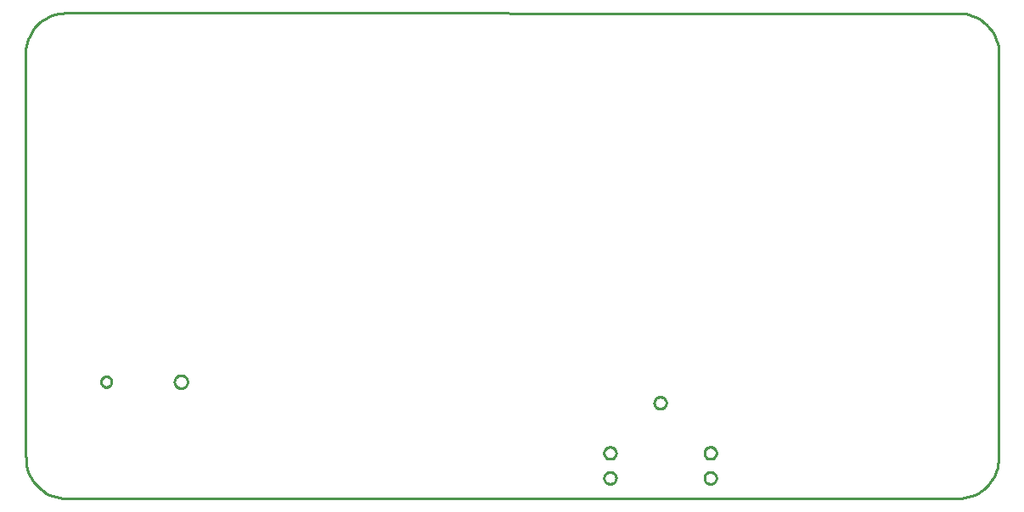
<source format=gbr>
G04 EAGLE Gerber RS-274X export*
G75*
%MOMM*%
%FSLAX34Y34*%
%LPD*%
%IN*%
%IPPOS*%
%AMOC8*
5,1,8,0,0,1.08239X$1,22.5*%
G01*
%ADD10C,0.254000*%


D10*
X-508Y40132D02*
X-507Y40110D01*
X-504Y40088D01*
X-499Y40066D01*
X-493Y40045D01*
X-484Y40025D01*
X-474Y40005D01*
X-462Y39986D01*
X-449Y39969D01*
X-434Y39952D01*
X-417Y39937D01*
X-400Y39924D01*
X-381Y39912D01*
X-361Y39902D01*
X-341Y39893D01*
X-320Y39887D01*
X-298Y39882D01*
X-276Y39879D01*
X-254Y39878D01*
X-254Y39116D01*
X-100Y35596D01*
X360Y32103D01*
X1122Y28663D01*
X2182Y25303D01*
X3530Y22048D01*
X5157Y18923D01*
X7050Y15952D01*
X9195Y13156D01*
X11575Y10559D01*
X14172Y8179D01*
X16968Y6034D01*
X19939Y4141D01*
X23064Y2514D01*
X26319Y1166D01*
X29679Y106D01*
X33119Y-656D01*
X36612Y-1116D01*
X40132Y-1270D01*
X928624Y-1270D01*
X932210Y-1113D01*
X935769Y-645D01*
X939274Y132D01*
X942697Y1212D01*
X946014Y2585D01*
X949198Y4243D01*
X952226Y6172D01*
X955073Y8357D01*
X957720Y10782D01*
X960145Y13429D01*
X962330Y16276D01*
X964259Y19304D01*
X965917Y22488D01*
X967290Y25805D01*
X968370Y29228D01*
X969147Y32733D01*
X969615Y36292D01*
X969772Y39878D01*
X969772Y443484D01*
X969620Y446960D01*
X969166Y450409D01*
X968413Y453805D01*
X967367Y457123D01*
X966036Y460337D01*
X964429Y463423D01*
X962560Y466357D01*
X960442Y469117D01*
X958092Y471682D01*
X955527Y474032D01*
X952767Y476150D01*
X949833Y478019D01*
X946747Y479626D01*
X943533Y480957D01*
X940215Y482003D01*
X936819Y482756D01*
X933370Y483210D01*
X929894Y483362D01*
X40894Y483616D01*
X39370Y483616D01*
X35894Y483464D01*
X32445Y483010D01*
X29049Y482257D01*
X25731Y481211D01*
X22517Y479880D01*
X19431Y478273D01*
X16497Y476404D01*
X13737Y474286D01*
X11172Y471936D01*
X8822Y469371D01*
X6704Y466611D01*
X4835Y463677D01*
X3228Y460591D01*
X1897Y457377D01*
X851Y454059D01*
X98Y450663D01*
X-356Y447214D01*
X-508Y443738D01*
X-508Y40132D01*
X582543Y25262D02*
X583213Y25187D01*
X583870Y25037D01*
X584506Y24814D01*
X585113Y24522D01*
X585684Y24163D01*
X586210Y23743D01*
X586687Y23266D01*
X587107Y22740D01*
X587466Y22169D01*
X587758Y21562D01*
X587981Y20926D01*
X588131Y20269D01*
X588206Y19599D01*
X588206Y18925D01*
X588131Y18255D01*
X587981Y17598D01*
X587758Y16962D01*
X587466Y16355D01*
X587107Y15785D01*
X586687Y15258D01*
X586210Y14781D01*
X585684Y14361D01*
X585113Y14002D01*
X584506Y13710D01*
X583870Y13487D01*
X583213Y13337D01*
X582543Y13262D01*
X581869Y13262D01*
X581199Y13337D01*
X580542Y13487D01*
X579906Y13710D01*
X579299Y14002D01*
X578729Y14361D01*
X578202Y14781D01*
X577725Y15258D01*
X577305Y15785D01*
X576946Y16355D01*
X576654Y16962D01*
X576431Y17598D01*
X576281Y18255D01*
X576206Y18925D01*
X576206Y19599D01*
X576281Y20269D01*
X576431Y20926D01*
X576654Y21562D01*
X576946Y22169D01*
X577305Y22740D01*
X577725Y23266D01*
X578202Y23743D01*
X578729Y24163D01*
X579299Y24522D01*
X579906Y24814D01*
X580542Y25037D01*
X581199Y25187D01*
X581869Y25262D01*
X582543Y25262D01*
X582543Y50262D02*
X583213Y50187D01*
X583870Y50037D01*
X584506Y49814D01*
X585113Y49522D01*
X585684Y49163D01*
X586210Y48743D01*
X586687Y48266D01*
X587107Y47740D01*
X587466Y47169D01*
X587758Y46562D01*
X587981Y45926D01*
X588131Y45269D01*
X588206Y44599D01*
X588206Y43925D01*
X588131Y43255D01*
X587981Y42598D01*
X587758Y41962D01*
X587466Y41355D01*
X587107Y40785D01*
X586687Y40258D01*
X586210Y39781D01*
X585684Y39361D01*
X585113Y39002D01*
X584506Y38710D01*
X583870Y38487D01*
X583213Y38337D01*
X582543Y38262D01*
X581869Y38262D01*
X581199Y38337D01*
X580542Y38487D01*
X579906Y38710D01*
X579299Y39002D01*
X578729Y39361D01*
X578202Y39781D01*
X577725Y40258D01*
X577305Y40785D01*
X576946Y41355D01*
X576654Y41962D01*
X576431Y42598D01*
X576281Y43255D01*
X576206Y43925D01*
X576206Y44599D01*
X576281Y45269D01*
X576431Y45926D01*
X576654Y46562D01*
X576946Y47169D01*
X577305Y47740D01*
X577725Y48266D01*
X578202Y48743D01*
X578729Y49163D01*
X579299Y49522D01*
X579906Y49814D01*
X580542Y50037D01*
X581199Y50187D01*
X581869Y50262D01*
X582543Y50262D01*
X632543Y100262D02*
X633213Y100187D01*
X633870Y100037D01*
X634506Y99814D01*
X635113Y99522D01*
X635684Y99163D01*
X636210Y98743D01*
X636687Y98266D01*
X637107Y97740D01*
X637466Y97169D01*
X637758Y96562D01*
X637981Y95926D01*
X638131Y95269D01*
X638206Y94599D01*
X638206Y93925D01*
X638131Y93255D01*
X637981Y92598D01*
X637758Y91962D01*
X637466Y91355D01*
X637107Y90785D01*
X636687Y90258D01*
X636210Y89781D01*
X635684Y89361D01*
X635113Y89002D01*
X634506Y88710D01*
X633870Y88487D01*
X633213Y88337D01*
X632543Y88262D01*
X631869Y88262D01*
X631199Y88337D01*
X630542Y88487D01*
X629906Y88710D01*
X629299Y89002D01*
X628729Y89361D01*
X628202Y89781D01*
X627725Y90258D01*
X627305Y90785D01*
X626946Y91355D01*
X626654Y91962D01*
X626431Y92598D01*
X626281Y93255D01*
X626206Y93925D01*
X626206Y94599D01*
X626281Y95269D01*
X626431Y95926D01*
X626654Y96562D01*
X626946Y97169D01*
X627305Y97740D01*
X627725Y98266D01*
X628202Y98743D01*
X628729Y99163D01*
X629299Y99522D01*
X629906Y99814D01*
X630542Y100037D01*
X631199Y100187D01*
X631869Y100262D01*
X632543Y100262D01*
X682543Y25262D02*
X683213Y25187D01*
X683870Y25037D01*
X684506Y24814D01*
X685113Y24522D01*
X685684Y24163D01*
X686210Y23743D01*
X686687Y23266D01*
X687107Y22740D01*
X687466Y22169D01*
X687758Y21562D01*
X687981Y20926D01*
X688131Y20269D01*
X688206Y19599D01*
X688206Y18925D01*
X688131Y18255D01*
X687981Y17598D01*
X687758Y16962D01*
X687466Y16355D01*
X687107Y15785D01*
X686687Y15258D01*
X686210Y14781D01*
X685684Y14361D01*
X685113Y14002D01*
X684506Y13710D01*
X683870Y13487D01*
X683213Y13337D01*
X682543Y13262D01*
X681869Y13262D01*
X681199Y13337D01*
X680542Y13487D01*
X679906Y13710D01*
X679299Y14002D01*
X678729Y14361D01*
X678202Y14781D01*
X677725Y15258D01*
X677305Y15785D01*
X676946Y16355D01*
X676654Y16962D01*
X676431Y17598D01*
X676281Y18255D01*
X676206Y18925D01*
X676206Y19599D01*
X676281Y20269D01*
X676431Y20926D01*
X676654Y21562D01*
X676946Y22169D01*
X677305Y22740D01*
X677725Y23266D01*
X678202Y23743D01*
X678729Y24163D01*
X679299Y24522D01*
X679906Y24814D01*
X680542Y25037D01*
X681199Y25187D01*
X681869Y25262D01*
X682543Y25262D01*
X682543Y50262D02*
X683213Y50187D01*
X683870Y50037D01*
X684506Y49814D01*
X685113Y49522D01*
X685684Y49163D01*
X686210Y48743D01*
X686687Y48266D01*
X687107Y47740D01*
X687466Y47169D01*
X687758Y46562D01*
X687981Y45926D01*
X688131Y45269D01*
X688206Y44599D01*
X688206Y43925D01*
X688131Y43255D01*
X687981Y42598D01*
X687758Y41962D01*
X687466Y41355D01*
X687107Y40785D01*
X686687Y40258D01*
X686210Y39781D01*
X685684Y39361D01*
X685113Y39002D01*
X684506Y38710D01*
X683870Y38487D01*
X683213Y38337D01*
X682543Y38262D01*
X681869Y38262D01*
X681199Y38337D01*
X680542Y38487D01*
X679906Y38710D01*
X679299Y39002D01*
X678729Y39361D01*
X678202Y39781D01*
X677725Y40258D01*
X677305Y40785D01*
X676946Y41355D01*
X676654Y41962D01*
X676431Y42598D01*
X676281Y43255D01*
X676206Y43925D01*
X676206Y44599D01*
X676281Y45269D01*
X676431Y45926D01*
X676654Y46562D01*
X676946Y47169D01*
X677305Y47740D01*
X677725Y48266D01*
X678202Y48743D01*
X678729Y49163D01*
X679299Y49522D01*
X679906Y49814D01*
X680542Y50037D01*
X681199Y50187D01*
X681869Y50262D01*
X682543Y50262D01*
X154663Y121816D02*
X155299Y121753D01*
X155925Y121629D01*
X156536Y121443D01*
X157126Y121199D01*
X157690Y120898D01*
X158221Y120543D01*
X158714Y120138D01*
X159166Y119686D01*
X159571Y119193D01*
X159926Y118662D01*
X160227Y118098D01*
X160471Y117508D01*
X160657Y116897D01*
X160781Y116271D01*
X160844Y115635D01*
X160844Y114997D01*
X160781Y114361D01*
X160657Y113735D01*
X160471Y113124D01*
X160227Y112534D01*
X159926Y111970D01*
X159571Y111439D01*
X159166Y110946D01*
X158714Y110494D01*
X158221Y110089D01*
X157690Y109734D01*
X157126Y109433D01*
X156536Y109189D01*
X155925Y109003D01*
X155299Y108879D01*
X154663Y108816D01*
X154025Y108816D01*
X153389Y108879D01*
X152763Y109003D01*
X152152Y109189D01*
X151562Y109433D01*
X150998Y109734D01*
X150467Y110089D01*
X149974Y110494D01*
X149522Y110946D01*
X149117Y111439D01*
X148762Y111970D01*
X148461Y112534D01*
X148217Y113124D01*
X148031Y113735D01*
X147907Y114361D01*
X147844Y114997D01*
X147844Y115635D01*
X147907Y116271D01*
X148031Y116897D01*
X148217Y117508D01*
X148461Y118098D01*
X148762Y118662D01*
X149117Y119193D01*
X149522Y119686D01*
X149974Y120138D01*
X150467Y120543D01*
X150998Y120898D01*
X151562Y121199D01*
X152152Y121443D01*
X152763Y121629D01*
X153389Y121753D01*
X154025Y121816D01*
X154663Y121816D01*
X80139Y120566D02*
X80725Y120500D01*
X81300Y120369D01*
X81856Y120174D01*
X82388Y119918D01*
X82887Y119604D01*
X83348Y119237D01*
X83765Y118820D01*
X84132Y118359D01*
X84446Y117860D01*
X84702Y117328D01*
X84897Y116772D01*
X85028Y116197D01*
X85094Y115611D01*
X85094Y115021D01*
X85028Y114435D01*
X84897Y113860D01*
X84702Y113304D01*
X84446Y112772D01*
X84132Y112273D01*
X83765Y111812D01*
X83348Y111395D01*
X82887Y111028D01*
X82388Y110714D01*
X81856Y110458D01*
X81300Y110263D01*
X80725Y110132D01*
X80139Y110066D01*
X79549Y110066D01*
X78963Y110132D01*
X78388Y110263D01*
X77832Y110458D01*
X77300Y110714D01*
X76801Y111028D01*
X76340Y111395D01*
X75923Y111812D01*
X75556Y112273D01*
X75242Y112772D01*
X74986Y113304D01*
X74791Y113860D01*
X74660Y114435D01*
X74594Y115021D01*
X74594Y115611D01*
X74660Y116197D01*
X74791Y116772D01*
X74986Y117328D01*
X75242Y117860D01*
X75556Y118359D01*
X75923Y118820D01*
X76340Y119237D01*
X76801Y119604D01*
X77300Y119918D01*
X77832Y120174D01*
X78388Y120369D01*
X78963Y120500D01*
X79549Y120566D01*
X80139Y120566D01*
M02*

</source>
